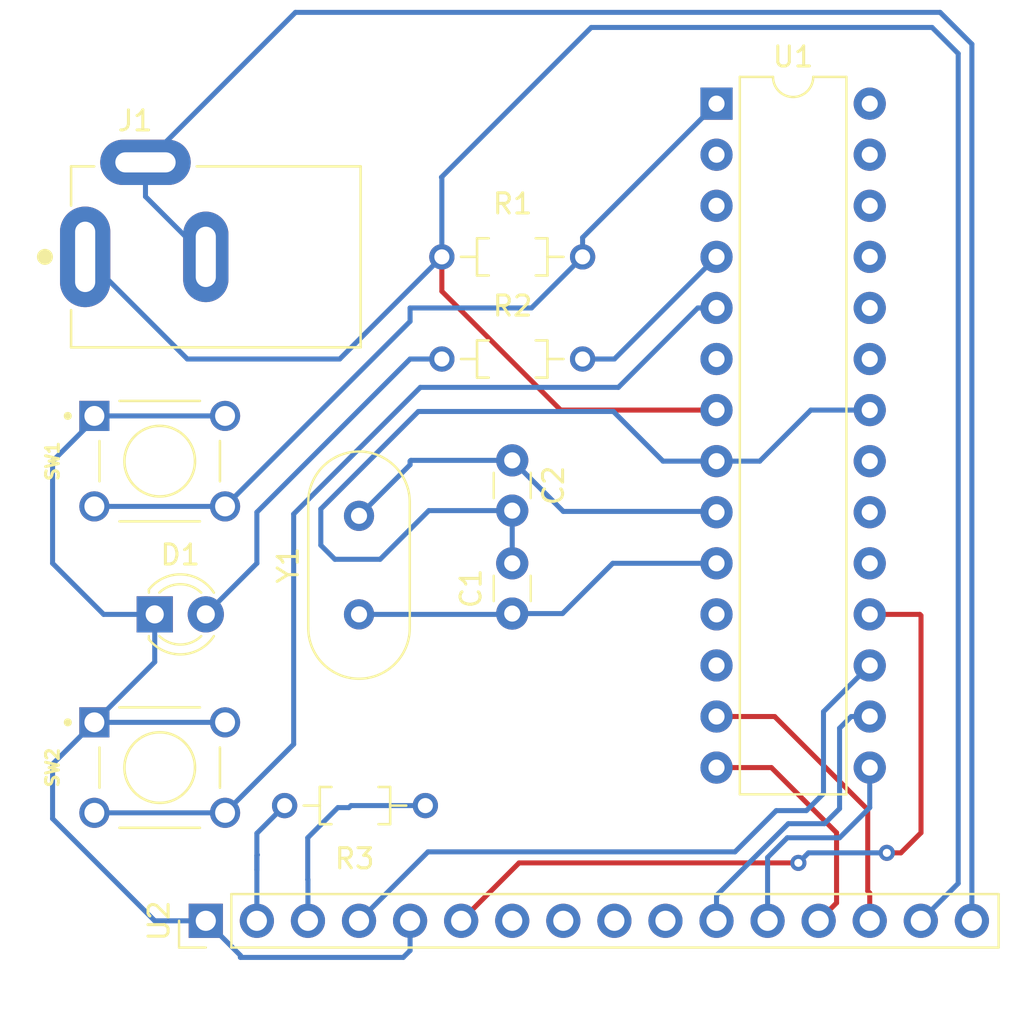
<source format=kicad_pcb>
(kicad_pcb (version 20221018) (generator pcbnew)
  (layers (0 "F.Cu" jumper) (31 "B.Cu" signal) (34 "B.Paste" user) (35 "F.Paste" user) (36 "B.SilkS" user "B.Silkscreen") (37 "F.SilkS" user "F.Silkscreen") (38 "B.Mask" user) (39 "F.Mask" user) (44 "Edge.Cuts" user))
  (net 0 "")
  (net 1 "Net-(U1-XTAL2{slash}PB7)")
  (net 2 "GND")
  (net 3 "Net-(U1-XTAL1{slash}PB6)")
  (net 4 "Net-(D1-A)")
  (net 5 "+5V")
  (net 6 "/RESET")
  (net 7 "/LED")
  (net 8 "Net-(U2-VO)")
  (net 9 "/IN1")
  (net 15 "/d7")
  (net 16 "/d6")
  (net 17 "/d5")
  (net 18 "/d4")
  (net 19 "/e")
  (net 20 "/rs")
  (footprint "DC Connector:CUI_PJ-002B" (layer "F.Cu") (at 34.64 43.18)
    (fp_text reference "J1" (at 2.486547 -6.769195) (layer "F.SilkS") (effects (font (size 1.000622 1.000622))))
    (fp_text value "5V IN")
    (fp_line (start -0.7 -4.5) (end 0.45 -4.5) (stroke (width 0.127)) (layer "F.SilkS"))
    (fp_line (start -0.7 -2.55) (end -0.7 -4.5) (stroke (width 0.127)) (layer "F.SilkS"))
    (fp_line (start -0.7 4.5) (end -0.7 2.65) (stroke (width 0.127)) (layer "F.SilkS"))
    (fp_line (start 5.55 -4.5) (end 13.7 -4.5) (stroke (width 0.127)) (layer "F.SilkS"))
    (fp_line (start 13.7 -4.5) (end 13.7 4.5) (stroke (width 0.127)) (layer "F.SilkS"))
    (fp_line (start 13.7 4.5) (end -0.7 4.5) (stroke (width 0.127)) (layer "F.SilkS"))
    (fp_circle (center -2 0) (end -1.8 0) (stroke (width 0.4)) (fill none) (layer "F.SilkS"))
    (pad "1" thru_hole oval (at 0 0) (size 2.5 5) (drill oval 1 3.5) (layers "*.Cu" "*.Mask") (net 5 "+5V"))
    (pad "2" thru_hole oval (at 6 0) (size 2.25 4.5) (drill oval 1 3) (layers "*.Cu" "*.Mask") (net 2 "GND"))
    (pad "3" thru_hole oval (at 3 -4.7) (size 4.5 2.25) (drill oval 3 1) (layers "*.Cu" "*.Mask") (net 2 "GND"))
  )
  (footprint "LED_THT:LED_D3.0mm" (layer "F.Cu") (at 38.1 60.96)
    (fp_text reference "D1" (at 1.27 -2.96) (layer "F.SilkS"))
    (fp_text value "LED")
    (fp_line (start -0.29 -1.236) (end -0.29 -1.08) (stroke (width 0.12)) (layer "F.SilkS"))
    (fp_line (start -0.29 1.08) (end -0.29 1.236) (stroke (width 0.12)) (layer "F.SilkS"))
    (fp_arc (start -0.29 -1.235516) (mid 1.366487 -1.987659) (end 2.942335 -1.078608) (stroke (width 0.12)) (layer "F.SilkS"))
    (fp_arc (start 0.229039 -1.08) (mid 1.270117 -1.5) (end 2.31113 -1.079837) (stroke (width 0.12)) (layer "F.SilkS"))
    (fp_arc (start 2.31113 1.079837) (mid 1.270117 1.5) (end 0.229039 1.08) (stroke (width 0.12)) (layer "F.SilkS"))
    (fp_arc (start 2.942335 1.078608) (mid 1.366487 1.987659) (end -0.29 1.235516) (stroke (width 0.12)) (layer "F.SilkS"))
    (pad "1" thru_hole rect (at 0 0) (size 1.8 1.8) (drill 0.9) (layers "*.Cu" "*.Mask") (net 2 "GND"))
    (pad "2" thru_hole circle (at 2.54 0) (size 1.8 1.8) (drill 0.9) (layers "*.Cu" "*.Mask") (net 4 "Net-(D1-A)"))
  )
  (footprint "Crystal:Crystal_HC18-U_Vertical" (layer "F.Cu") (at 48.26 60.96 90)
    (fp_text reference "Y1" (at 2.45 -3.525 90) (layer "F.SilkS"))
    (fp_text value "16MHz")
    (fp_line (start -0.675 -2.525) (end 5.575 -2.525) (stroke (width 0.12)) (layer "F.SilkS"))
    (fp_line (start -0.675 2.525) (end 5.575 2.525) (stroke (width 0.12)) (layer "F.SilkS"))
    (fp_arc (start -0.675 2.525) (mid -3.2 0) (end -0.675 -2.525) (stroke (width 0.12)) (layer "F.SilkS"))
    (fp_arc (start 5.575 -2.525) (mid 8.1 0) (end 5.575 2.525) (stroke (width 0.12)) (layer "F.SilkS"))
    (pad "1" thru_hole circle (at 0 0 90) (size 1.5 1.5) (drill 0.8) (layers "*.Cu" "*.Mask") (net 1 "Net-(U1-XTAL2{slash}PB7)"))
    (pad "2" thru_hole circle (at 4.9 0 90) (size 1.5 1.5) (drill 0.8) (layers "*.Cu" "*.Mask") (net 3 "Net-(U1-XTAL1{slash}PB6)"))
  )
  (footprint "Connector_PinHeader_2.54mm:PinHeader_1x16_P2.54mm_Vertical" (layer "F.Cu") (at 40.64 76.2 90)
    (fp_text reference "U2" (at 0 -2.33 90) (layer "F.SilkS"))
    (fp_text value "LCD-016N002L")
    (fp_line (start -1.33 -1.33) (end 0 -1.33) (stroke (width 0.12)) (layer "F.SilkS"))
    (fp_line (start -1.33 0) (end -1.33 -1.33) (stroke (width 0.12)) (layer "F.SilkS"))
    (fp_line (start -1.33 1.27) (end -1.33 39.43) (stroke (width 0.12)) (layer "F.SilkS"))
    (fp_line (start -1.33 1.27) (end 1.33 1.27) (stroke (width 0.12)) (layer "F.SilkS"))
    (fp_line (start -1.33 39.43) (end 1.33 39.43) (stroke (width 0.12)) (layer "F.SilkS"))
    (fp_line (start 1.33 1.27) (end 1.33 39.43) (stroke (width 0.12)) (layer "F.SilkS"))
    (pad "1" thru_hole rect (at 0 0 90) (size 1.7 1.7) (drill 1) (layers "*.Cu" "*.Mask") (net 2 "GND"))
    (pad "2" thru_hole oval (at 0 2.54 90) (size 1.7 1.7) (drill 1) (layers "*.Cu" "*.Mask") (net 5 "+5V"))
    (pad "3" thru_hole oval (at 0 5.08 90) (size 1.7 1.7) (drill 1) (layers "*.Cu" "*.Mask") (net 8 "Net-(U2-VO)"))
    (pad "4" thru_hole oval (at 0 7.62 90) (size 1.7 1.7) (drill 1) (layers "*.Cu" "*.Mask") (net 19 "/e"))
    (pad "5" thru_hole oval (at 0 10.16 90) (size 1.7 1.7) (drill 1) (layers "*.Cu" "*.Mask") (net 2 "GND"))
    (pad "6" thru_hole oval (at 0 12.7 90) (size 1.7 1.7) (drill 1) (layers "*.Cu" "*.Mask") (net 20 "/rs"))
    (pad "7" thru_hole oval (at 0 15.24 90) (size 1.7 1.7) (drill 1) (layers "*.Cu" "*.Mask"))
    (pad "8" thru_hole oval (at 0 17.78 90) (size 1.7 1.7) (drill 1) (layers "*.Cu" "*.Mask"))
    (pad "9" thru_hole oval (at 0 20.32 90) (size 1.7 1.7) (drill 1) (layers "*.Cu" "*.Mask"))
    (pad "10" thru_hole oval (at 0 22.86 90) (size 1.7 1.7) (drill 1) (layers "*.Cu" "*.Mask"))
    (pad "11" thru_hole oval (at 0 25.4 90) (size 1.7 1.7) (drill 1) (layers "*.Cu" "*.Mask") (net 18 "/d4"))
    (pad "12" thru_hole oval (at 0 27.94 90) (size 1.7 1.7) (drill 1) (layers "*.Cu" "*.Mask") (net 17 "/d5"))
    (pad "13" thru_hole oval (at 0 30.48 90) (size 1.7 1.7) (drill 1) (layers "*.Cu" "*.Mask") (net 16 "/d6"))
    (pad "14" thru_hole oval (at 0 33.02 90) (size 1.7 1.7) (drill 1) (layers "*.Cu" "*.Mask") (net 15 "/d7"))
    (pad "15" thru_hole oval (at 0 35.56 90) (size 1.7 1.7) (drill 1) (layers "*.Cu" "*.Mask") (net 5 "+5V"))
    (pad "16" thru_hole oval (at 0 38.1 90) (size 1.7 1.7) (drill 1) (layers "*.Cu" "*.Mask") (net 2 "GND"))
  )
  (footprint "DC Connector:TE_1825910-2" (layer "F.Cu") (at 35.0985 66.33)
    (fp_text reference "SW2" (at -2.0785 2.25 90) (layer "F.SilkS") (effects (font (size 0.630734 0.630734))))
    (fp_text value "1825910-2" hide)
    (fp_line (start 0.255 1.25) (end 0.255 3.25) (stroke (width 0.127)) (layer "F.SilkS"))
    (fp_line (start 1.25 -0.745) (end 5.25 -0.745) (stroke (width 0.127)) (layer "F.SilkS"))
    (fp_line (start 5.25 5.245) (end 1.25 5.245) (stroke (width 0.127)) (layer "F.SilkS"))
    (fp_line (start 6.245 1.25) (end 6.245 3.25) (stroke (width 0.127)) (layer "F.SilkS"))
    (fp_circle (center -1.322 0) (end -1.222 0) (stroke (width 0.2)) (fill none) (layer "F.SilkS"))
    (fp_circle (center 3.25 2.25) (end 5.005 2.25) (stroke (width 0.127)) (fill none) (layer "F.SilkS"))
    (pad "1" thru_hole rect (at 0 0) (size 1.498 1.498) (drill 0.99) (layers "*.Cu" "*.Mask") (net 2 "GND"))
    (pad "2" thru_hole circle (at 6.5 0) (size 1.498 1.498) (drill 0.99) (layers "*.Cu" "*.Mask") (net 2 "GND"))
    (pad "3" thru_hole circle (at 0 4.5) (size 1.498 1.498) (drill 0.99) (layers "*.Cu" "*.Mask") (net 9 "/IN1"))
    (pad "4" thru_hole circle (at 6.5 4.5) (size 1.498 1.498) (drill 0.99) (layers "*.Cu" "*.Mask") (net 9 "/IN1"))
  )
  (footprint "DC Connector:RESAD700W45L350D185" (layer "F.Cu") (at 55.88 43.18)
    (fp_text reference "R1" (at 0.01805 -2.63963) (layer "F.SilkS") (effects (font (size 1.000772 1.000772))))
    (fp_text value "10K")
    (fp_line (start -1.75 -0.925) (end -1.75 0) (stroke (width 0.127)) (layer "F.SilkS"))
    (fp_line (start -1.75 0) (end -2.55 0) (stroke (width 0.127)) (layer "F.SilkS"))
    (fp_line (start -1.75 0) (end -1.75 0.925) (stroke (width 0.127)) (layer "F.SilkS"))
    (fp_line (start -1.75 0.925) (end -1.17 0.925) (stroke (width 0.127)) (layer "F.SilkS"))
    (fp_line (start -1.17 -0.925) (end -1.75 -0.925) (stroke (width 0.127)) (layer "F.SilkS"))
    (fp_line (start 1.17 -0.925) (end 1.75 -0.925) (stroke (width 0.127)) (layer "F.SilkS"))
    (fp_line (start 1.17 0.925) (end 1.75 0.925) (stroke (width 0.127)) (layer "F.SilkS"))
    (fp_line (start 1.75 -0.925) (end 1.75 0) (stroke (width 0.127)) (layer "F.SilkS"))
    (fp_line (start 1.75 0) (end 1.75 0.925) (stroke (width 0.127)) (layer "F.SilkS"))
    (fp_line (start 1.75 0) (end 2.55 0) (stroke (width 0.127)) (layer "F.SilkS"))
    (pad "1" thru_hole circle (at -3.5 0) (size 1.258 1.258) (drill 0.75) (layers "*.Cu" "*.Mask") (net 5 "+5V"))
    (pad "2" thru_hole circle (at 3.5 0) (size 1.258 1.258) (drill 0.75) (layers "*.Cu" "*.Mask") (net 6 "/RESET"))
  )
  (footprint "DC Connector:RESAD700W45L350D185" (layer "F.Cu") (at 48.06 70.47 180)
    (fp_text reference "R3" (at 0.01805 -2.63963) (layer "F.SilkS") (effects (font (size 1.000772 1.000772))))
    (fp_text value "330")
    (fp_line (start -1.75 -0.925) (end -1.75 0) (stroke (width 0.127)) (layer "F.SilkS"))
    (fp_line (start -1.75 0) (end -2.55 0) (stroke (width 0.127)) (layer "F.SilkS"))
    (fp_line (start -1.75 0) (end -1.75 0.925) (stroke (width 0.127)) (layer "F.SilkS"))
    (fp_line (start -1.75 0.925) (end -1.17 0.925) (stroke (width 0.127)) (layer "F.SilkS"))
    (fp_line (start -1.17 -0.925) (end -1.75 -0.925) (stroke (width 0.127)) (layer "F.SilkS"))
    (fp_line (start 1.17 -0.925) (end 1.75 -0.925) (stroke (width 0.127)) (layer "F.SilkS"))
    (fp_line (start 1.17 0.925) (end 1.75 0.925) (stroke (width 0.127)) (layer "F.SilkS"))
    (fp_line (start 1.75 -0.925) (end 1.75 0) (stroke (width 0.127)) (layer "F.SilkS"))
    (fp_line (start 1.75 0) (end 1.75 0.925) (stroke (width 0.127)) (layer "F.SilkS"))
    (fp_line (start 1.75 0) (end 2.55 0) (stroke (width 0.127)) (layer "F.SilkS"))
    (pad "1" thru_hole circle (at -3.5 0 180) (size 1.258 1.258) (drill 0.75) (layers "*.Cu" "*.Mask") (net 8 "Net-(U2-VO)"))
    (pad "2" thru_hole circle (at 3.5 0 180) (size 1.258 1.258) (drill 0.75) (layers "*.Cu" "*.Mask") (net 5 "+5V"))
  )
  (footprint "Capacitor_THT:C_Disc_D3.0mm_W1.6mm_P2.50mm" (layer "F.Cu") (at 55.88 60.92 90)
    (fp_text reference "C1" (at 1.25 -2.05 90) (layer "F.SilkS"))
    (fp_text value "22pF")
    (fp_line (start 0.621 -0.92) (end 1.879 -0.92) (stroke (width 0.12)) (layer "F.SilkS"))
    (fp_line (start 0.621 0.92) (end 1.879 0.92) (stroke (width 0.12)) (layer "F.SilkS"))
    (pad "1" thru_hole circle (at 0 0 90) (size 1.6 1.6) (drill 0.8) (layers "*.Cu" "*.Mask") (net 1 "Net-(U1-XTAL2{slash}PB7)"))
    (pad "2" thru_hole circle (at 2.5 0 90) (size 1.6 1.6) (drill 0.8) (layers "*.Cu" "*.Mask") (net 2 "GND"))
  )
  (footprint "DC Connector:TE_1825910-2" (layer "F.Cu") (at 35.0985 51.09)
    (fp_text reference "SW1" (at -2.0785 2.25 90) (layer "F.SilkS") (effects (font (size 0.630734 0.630734))))
    (fp_text value "1825910-2" hide)
    (fp_line (start 0.255 1.25) (end 0.255 3.25) (stroke (width 0.127)) (layer "F.SilkS"))
    (fp_line (start 1.25 -0.745) (end 5.25 -0.745) (stroke (width 0.127)) (layer "F.SilkS"))
    (fp_line (start 5.25 5.245) (end 1.25 5.245) (stroke (width 0.127)) (layer "F.SilkS"))
    (fp_line (start 6.245 1.25) (end 6.245 3.25) (stroke (width 0.127)) (layer "F.SilkS"))
    (fp_circle (center -1.322 0) (end -1.222 0) (stroke (width 0.2)) (fill none) (layer "F.SilkS"))
    (fp_circle (center 3.25 2.25) (end 5.005 2.25) (stroke (width 0.127)) (fill none) (layer "F.SilkS"))
    (pad "1" thru_hole rect (at 0 0) (size 1.498 1.498) (drill 0.99) (layers "*.Cu" "*.Mask") (net 2 "GND"))
    (pad "2" thru_hole circle (at 6.5 0) (size 1.498 1.498) (drill 0.99) (layers "*.Cu" "*.Mask") (net 2 "GND"))
    (pad "3" thru_hole circle (at 0 4.5) (size 1.498 1.498) (drill 0.99) (layers "*.Cu" "*.Mask"))
    (pad "4" thru_hole circle (at 6.5 4.5) (size 1.498 1.498) (drill 0.99) (layers "*.Cu" "*.Mask") (net 6 "/RESET"))
  )
  (footprint "Capacitor_THT:C_Disc_D3.0mm_W1.6mm_P2.50mm" (layer "F.Cu") (at 55.88 53.3 -90)
    (fp_text reference "C2" (at 1.25 -2.05 90) (layer "F.SilkS"))
    (fp_text value "22pF")
    (fp_line (start 0.621 -0.92) (end 1.879 -0.92) (stroke (width 0.12)) (layer "F.SilkS"))
    (fp_line (start 0.621 0.92) (end 1.879 0.92) (stroke (width 0.12)) (layer "F.SilkS"))
    (pad "1" thru_hole circle (at 0 0 270) (size 1.6 1.6) (drill 0.8) (layers "*.Cu" "*.Mask") (net 3 "Net-(U1-XTAL1{slash}PB6)"))
    (pad "2" thru_hole circle (at 2.5 0 270) (size 1.6 1.6) (drill 0.8) (layers "*.Cu" "*.Mask") (net 2 "GND"))
  )
  (footprint "DC Connector:RESAD700W45L350D185" (layer "F.Cu") (at 55.88 48.26)
    (fp_text reference "R2" (at 0.01805 -2.63963) (layer "F.SilkS") (effects (font (size 1.000772 1.000772))))
    (fp_text value "10K")
    (fp_line (start -1.75 -0.925) (end -1.75 0) (stroke (width 0.127)) (layer "F.SilkS"))
    (fp_line (start -1.75 0) (end -2.55 0) (stroke (width 0.127)) (layer "F.SilkS"))
    (fp_line (start -1.75 0) (end -1.75 0.925) (stroke (width 0.127)) (layer "F.SilkS"))
    (fp_line (start -1.75 0.925) (end -1.17 0.925) (stroke (width 0.127)) (layer "F.SilkS"))
    (fp_line (start -1.17 -0.925) (end -1.75 -0.925) (stroke (width 0.127)) (layer "F.SilkS"))
    (fp_line (start 1.17 -0.925) (end 1.75 -0.925) (stroke (width 0.127)) (layer "F.SilkS"))
    (fp_line (start 1.17 0.925) (end 1.75 0.925) (stroke (width 0.127)) (layer "F.SilkS"))
    (fp_line (start 1.75 -0.925) (end 1.75 0) (stroke (width 0.127)) (layer "F.SilkS"))
    (fp_line (start 1.75 0) (end 1.75 0.925) (stroke (width 0.127)) (layer "F.SilkS"))
    (fp_line (start 1.75 0) (end 2.55 0) (stroke (width 0.127)) (layer "F.SilkS"))
    (pad "1" thru_hole circle (at -3.5 0) (size 1.258 1.258) (drill 0.75) (layers "*.Cu" "*.Mask") (net 4 "Net-(D1-A)"))
    (pad "2" thru_hole circle (at 3.5 0) (size 1.258 1.258) (drill 0.75) (layers "*.Cu" "*.Mask") (net 7 "/LED"))
  )
  (footprint "Package_DIP:DIP-28_W7.62mm" (layer "F.Cu") (at 66.04 35.56)
    (fp_text reference "U1" (at 3.81 -2.33) (layer "F.SilkS"))
    (fp_text value "ATmega328-P")
    (fp_line (start 1.16 -1.33) (end 1.16 34.35) (stroke (width 0.12)) (layer "F.SilkS"))
    (fp_line (start 1.16 34.35) (end 6.46 34.35) (stroke (width 0.12)) (layer "F.SilkS"))
    (fp_line (start 2.81 -1.33) (end 1.16 -1.33) (stroke (width 0.12)) (layer "F.SilkS"))
    (fp_line (start 6.46 -1.33) (end 4.81 -1.33) (stroke (width 0.12)) (layer "F.SilkS"))
    (fp_line (start 6.46 34.35) (end 6.46 -1.33) (stroke (width 0.12)) (layer "F.SilkS"))
    (fp_arc (start 4.81 -1.33) (mid 3.81 -0.33) (end 2.81 -1.33) (stroke (width 0.12)) (layer "F.SilkS"))
    (pad "1" thru_hole rect (at 0 0) (size 1.6 1.6) (drill 0.8) (layers "*.Cu" "*.Mask") (net 6 "/RESET"))
    (pad "2" thru_hole oval (at 0 2.54) (size 1.6 1.6) (drill 0.8) (layers "*.Cu" "*.Mask"))
    (pad "3" thru_hole oval (at 0 5.08) (size 1.6 1.6) (drill 0.8) (layers "*.Cu" "*.Mask"))
    (pad "4" thru_hole oval (at 0 7.62) (size 1.6 1.6) (drill 0.8) (layers "*.Cu" "*.Mask") (net 7 "/LED"))
    (pad "5" thru_hole oval (at 0 10.16) (size 1.6 1.6) (drill 0.8) (layers "*.Cu" "*.Mask") (net 9 "/IN1"))
    (pad "6" thru_hole oval (at 0 12.7) (size 1.6 1.6) (drill 0.8) (layers "*.Cu" "*.Mask"))
    (pad "7" thru_hole oval (at 0 15.24) (size 1.6 1.6) (drill 0.8) (layers "*.Cu" "*.Mask") (net 5 "+5V"))
    (pad "8" thru_hole oval (at 0 17.78) (size 1.6 1.6) (drill 0.8) (layers "*.Cu" "*.Mask") (net 2 "GND"))
    (pad "9" thru_hole oval (at 0 20.32) (size 1.6 1.6) (drill 0.8) (layers "*.Cu" "*.Mask") (net 3 "Net-(U1-XTAL1{slash}PB6)"))
    (pad "10" thru_hole oval (at 0 22.86) (size 1.6 1.6) (drill 0.8) (layers "*.Cu" "*.Mask") (net 1 "Net-(U1-XTAL2{slash}PB7)"))
    (pad "11" thru_hole oval (at 0 25.4) (size 1.6 1.6) (drill 0.8) (layers "*.Cu" "*.Mask"))
    (pad "12" thru_hole oval (at 0 27.94) (size 1.6 1.6) (drill 0.8) (layers "*.Cu" "*.Mask"))
    (pad "13" thru_hole oval (at 0 30.48) (size 1.6 1.6) (drill 0.8) (layers "*.Cu" "*.Mask") (net 15 "/d7"))
    (pad "14" thru_hole oval (at 0 33.02) (size 1.6 1.6) (drill 0.8) (layers "*.Cu" "*.Mask") (net 16 "/d6"))
    (pad "15" thru_hole oval (at 7.62 33.02) (size 1.6 1.6) (drill 0.8) (layers "*.Cu" "*.Mask") (net 17 "/d5"))
    (pad "16" thru_hole oval (at 7.62 30.48) (size 1.6 1.6) (drill 0.8) (layers "*.Cu" "*.Mask") (net 18 "/d4"))
    (pad "17" thru_hole oval (at 7.62 27.94) (size 1.6 1.6) (drill 0.8) (layers "*.Cu" "*.Mask") (net 19 "/e"))
    (pad "18" thru_hole oval (at 7.62 25.4) (size 1.6 1.6) (drill 0.8) (layers "*.Cu" "*.Mask") (net 20 "/rs"))
    (pad "19" thru_hole oval (at 7.62 22.86) (size 1.6 1.6) (drill 0.8) (layers "*.Cu" "*.Mask"))
    (pad "20" thru_hole oval (at 7.62 20.32) (size 1.6 1.6) (drill 0.8) (layers "*.Cu" "*.Mask"))
    (pad "21" thru_hole oval (at 7.62 17.78) (size 1.6 1.6) (drill 0.8) (layers "*.Cu" "*.Mask"))
    (pad "22" thru_hole oval (at 7.62 15.24) (size 1.6 1.6) (drill 0.8) (layers "*.Cu" "*.Mask") (net 2 "GND"))
    (pad "23" thru_hole oval (at 7.62 12.7) (size 1.6 1.6) (drill 0.8) (layers "*.Cu" "*.Mask"))
    (pad "24" thru_hole oval (at 7.62 10.16) (size 1.6 1.6) (drill 0.8) (layers "*.Cu" "*.Mask"))
    (pad "25" thru_hole oval (at 7.62 7.62) (size 1.6 1.6) (drill 0.8) (layers "*.Cu" "*.Mask"))
    (pad "26" thru_hole oval (at 7.62 5.08) (size 1.6 1.6) (drill 0.8) (layers "*.Cu" "*.Mask"))
    (pad "27" thru_hole oval (at 7.62 2.54) (size 1.6 1.6) (drill 0.8) (layers "*.Cu" "*.Mask"))
    (pad "28" thru_hole oval (at 7.62 0) (size 1.6 1.6) (drill 0.8) (layers "*.Cu" "*.Mask"))
  )
  (segment (start 48.26 60.96) (end 55.84 60.96) (width 0.25) (layer "B.Cu") (net 1))
  (segment (start 58.38 60.92) (end 60.88 58.42) (width 0.25) (layer "B.Cu") (net 1))
  (segment (start 60.88 58.42) (end 66.04 58.42) (width 0.25) (layer "B.Cu") (net 1))
  (segment (start 55.84 60.96) (end 55.88 60.92) (width 0.25) (layer "B.Cu") (net 1))
  (segment (start 55.88 60.92) (end 58.38 60.92) (width 0.25) (layer "B.Cu") (net 1))
  (segment (start 68.19 53.34) (end 70.73 50.8) (width 0.25) (layer "B.Cu") (net 2))
  (segment (start 46.36 55.72) (end 51.21 50.87) (width 0.25) (layer "B.Cu") (net 2))
  (segment (start 78.74 32.6) (end 77.16 31.02) (width 0.25) (layer "B.Cu") (net 2))
  (segment (start 46.36 57.52) (end 46.36 55.72) (width 0.25) (layer "B.Cu") (net 2))
  (segment (start 60.91 50.87) (end 63.38 53.34) (width 0.25) (layer "B.Cu") (net 2))
  (segment (start 33.02 53.34) (end 33.02 58.42) (width 0.25) (layer "B.Cu") (net 2))
  (segment (start 35.0985 51.2615) (end 33.02 53.34) (width 0.25) (layer "B.Cu") (net 2))
  (segment (start 41.5985 51.09) (end 35.0985 51.09) (width 0.25) (layer "B.Cu") (net 2))
  (segment (start 50.8 76.2) (end 50.8 77.68) (width 0.25) (layer "B.Cu") (net 2))
  (segment (start 77.16 31.02) (end 45.1 31.02) (width 0.25) (layer "B.Cu") (net 2))
  (segment (start 33.02 71.12) (end 33.02 68.4085) (width 0.25) (layer "B.Cu") (net 2))
  (segment (start 49.31 58.22) (end 47.06 58.22) (width 0.25) (layer "B.Cu") (net 2))
  (segment (start 37.64 40.18) (end 37.64 38.48) (width 0.25) (layer "B.Cu") (net 2))
  (segment (start 33.02 58.42) (end 35.56 60.96) (width 0.25) (layer "B.Cu") (net 2))
  (segment (start 50.8 77.68) (end 50.46 78.02) (width 0.25) (layer "B.Cu") (net 2))
  (segment (start 47.06 58.22) (end 46.36 57.52) (width 0.25) (layer "B.Cu") (net 2))
  (segment (start 70.73 50.8) (end 73.66 50.8) (width 0.25) (layer "B.Cu") (net 2))
  (segment (start 41.5985 66.33) (end 35.0985 66.33) (width 0.25) (layer "B.Cu") (net 2))
  (segment (start 63.38 53.34) (end 66.04 53.34) (width 0.25) (layer "B.Cu") (net 2))
  (segment (start 78.74 76.2) (end 78.74 32.6) (width 0.25) (layer "B.Cu") (net 2))
  (segment (start 38.1 76.2) (end 33.02 71.12) (width 0.25) (layer "B.Cu") (net 2))
  (segment (start 35.56 60.96) (end 38.1 60.96) (width 0.25) (layer "B.Cu") (net 2))
  (segment (start 51.21 50.87) (end 60.91 50.87) (width 0.25) (layer "B.Cu") (net 2))
  (segment (start 55.88 58.42) (end 55.88 55.8) (width 0.25) (layer "B.Cu") (net 2))
  (segment (start 38.1 63.3285) (end 35.0985 66.33) (width 0.25) (layer "B.Cu") (net 2))
  (segment (start 40.64 76.2) (end 38.1 76.2) (width 0.25) (layer "B.Cu") (net 2))
  (segment (start 38.1 60.96) (end 38.1 63.3285) (width 0.25) (layer "B.Cu") (net 2))
  (segment (start 35.0985 51.09) (end 35.0985 51.2615) (width 0.25) (layer "B.Cu") (net 2))
  (segment (start 66.04 53.34) (end 68.19 53.34) (width 0.25) (layer "B.Cu") (net 2))
  (segment (start 42.36 77.92) (end 40.64 76.2) (width 0.25) (layer "B.Cu") (net 2))
  (segment (start 42.36 78.02) (end 42.36 77.92) (width 0.25) (layer "B.Cu") (net 2))
  (segment (start 51.73 55.8) (end 49.31 58.22) (width 0.25) (layer "B.Cu") (net 2))
  (segment (start 45.1 31.02) (end 37.64 38.48) (width 0.25) (layer "B.Cu") (net 2))
  (segment (start 55.88 55.8) (end 51.73 55.8) (width 0.25) (layer "B.Cu") (net 2))
  (segment (start 50.46 78.02) (end 42.36 78.02) (width 0.25) (layer "B.Cu") (net 2))
  (segment (start 40.64 43.18) (end 37.64 40.18) (width 0.25) (layer "B.Cu") (net 2))
  (segment (start 33.02 68.4085) (end 35.0985 66.33) (width 0.25) (layer "B.Cu") (net 2))
  (segment (start 50.8 53.52) (end 50.8 53.34) (width 0.25) (layer "B.Cu") (net 3))
  (segment (start 50.8 53.34) (end 50.84 53.3) (width 0.25) (layer "B.Cu") (net 3))
  (segment (start 55.88 53.3) (end 58.42 55.84) (width 0.25) (layer "B.Cu") (net 3))
  (segment (start 50.84 53.3) (end 55.88 53.3) (width 0.25) (layer "B.Cu") (net 3))
  (segment (start 58.42 55.84) (end 66 55.84) (width 0.25) (layer "B.Cu") (net 3))
  (segment (start 66 55.84) (end 66.04 55.88) (width 0.25) (layer "B.Cu") (net 3))
  (segment (start 48.26 56.06) (end 50.8 53.52) (width 0.25) (layer "B.Cu") (net 3))
  (segment (start 40.64 60.96) (end 43.18 58.42) (width 0.25) (layer "B.Cu") (net 4))
  (segment (start 43.18 55.88) (end 50.8 48.26) (width 0.25) (layer "B.Cu") (net 4))
  (segment (start 50.8 48.26) (end 52.38 48.26) (width 0.25) (layer "B.Cu") (net 4))
  (segment (start 43.18 58.42) (end 43.18 55.88) (width 0.25) (layer "B.Cu") (net 4))
  (segment (start 58.29 50.8) (end 52.38 44.89) (width 0.25) (layer "F.Cu") (net 5))
  (segment (start 66.04 50.8) (end 58.29 50.8) (width 0.25) (layer "F.Cu") (net 5))
  (segment (start 52.38 44.89) (end 52.38 43.18) (width 0.25) (layer "F.Cu") (net 5))
  (segment (start 43.18 76.2) (end 43.18 73.67) (width 0.25) (layer "B.Cu") (net 5))
  (segment (start 39.72 48.26) (end 47.3 48.26) (width 0.25) (layer "B.Cu") (net 5))
  (segment (start 78.06 33.07) (end 76.76 31.77) (width 0.25) (layer "B.Cu") (net 5))
  (segment (start 78.06 74.34) (end 78.06 33.07) (width 0.25) (layer "B.Cu") (net 5))
  (segment (start 76.76 31.77) (end 59.81 31.77) (width 0.25) (layer "B.Cu") (net 5))
  (segment (start 52.36 39.22) (end 52.38 39.24) (width 0.25) (layer "B.Cu") (net 5))
  (segment (start 43.18 71.85) (end 43.18 73.67) (width 0.25) (layer "B.Cu") (net 5))
  (segment (start 52.38 39.24) (end 52.38 43.18) (width 0.25) (layer "B.Cu") (net 5))
  (segment (start 34.64 43.18) (end 39.72 48.26) (width 0.25) (layer "B.Cu") (net 5))
  (segment (start 47.3 48.26) (end 52.38 43.18) (width 0.25) (layer "B.Cu") (net 5))
  (segment (start 43.18 72.95) (end 43.21 72.92) (width 0.25) (layer "B.Cu") (net 5))
  (segment (start 43.18 73.67) (end 43.18 72.95) (width 0.25) (layer "B.Cu") (net 5))
  (segment (start 59.81 31.77) (end 52.36 39.22) (width 0.25) (layer "B.Cu") (net 5))
  (segment (start 76.2 76.2) (end 78.06 74.34) (width 0.25) (layer "B.Cu") (net 5))
  (segment (start 44.56 70.47) (end 43.18 71.85) (width 0.25) (layer "B.Cu") (net 5))
  (segment (start 56.84 45.72) (end 50.8 45.72) (width 0.25) (layer "B.Cu") (net 6))
  (segment (start 59.38 42.22) (end 66.04 35.56) (width 0.25) (layer "B.Cu") (net 6))
  (segment (start 50.8 46.3885) (end 41.5985 55.59) (width 0.25) (layer "B.Cu") (net 6))
  (segment (start 50.8 45.72) (end 50.8 46.3885) (width 0.25) (layer "B.Cu") (net 6))
  (segment (start 35.0985 55.59) (end 41.5985 55.59) (width 0.25) (layer "B.Cu") (net 6))
  (segment (start 59.38 43.18) (end 56.84 45.72) (width 0.25) (layer "B.Cu") (net 6))
  (segment (start 59.38 43.18) (end 59.38 42.22) (width 0.25) (layer "B.Cu") (net 6))
  (segment (start 59.38 48.26) (end 60.96 48.26) (width 0.25) (layer "B.Cu") (net 7))
  (segment (start 60.96 48.26) (end 66.04 43.18) (width 0.25) (layer "B.Cu") (net 7))
  (segment (start 45.71 74.15) (end 45.71 72.07) (width 0.25) (layer "B.Cu") (net 8))
  (segment (start 47.21 70.57) (end 47.76 70.57) (width 0.25) (layer "B.Cu") (net 8))
  (segment (start 45.72 74.16) (end 45.71 74.15) (width 0.25) (layer "B.Cu") (net 8))
  (segment (start 47.86 70.47) (end 51.56 70.47) (width 0.25) (layer "B.Cu") (net 8))
  (segment (start 45.72 76.2) (end 45.72 74.16) (width 0.25) (layer "B.Cu") (net 8))
  (segment (start 47.76 70.57) (end 47.86 70.47) (width 0.25) (layer "B.Cu") (net 8))
  (segment (start 45.71 72.07) (end 47.21 70.57) (width 0.25) (layer "B.Cu") (net 8))
  (segment (start 45.01 55.97) (end 51.31 49.67) (width 0.25) (layer "B.Cu") (net 9))
  (segment (start 61.16 49.67) (end 65.11 45.72) (width 0.25) (layer "B.Cu") (net 9))
  (segment (start 51.31 49.67) (end 61.16 49.67) (width 0.25) (layer "B.Cu") (net 9))
  (segment (start 45.01 67.4185) (end 45.01 55.97) (width 0.25) (layer "B.Cu") (net 9))
  (segment (start 35.0985 70.83) (end 41.5985 70.83) (width 0.25) (layer "B.Cu") (net 9))
  (segment (start 41.5985 70.83) (end 45.01 67.4185) (width 0.25) (layer "B.Cu") (net 9))
  (segment (start 65.11 45.72) (end 66.04 45.72) (width 0.25) (layer "B.Cu") (net 9))
  (segment (start 73.66 74.82) (end 73.66 76.2) (width 0.25) (layer "F.Cu") (net 15))
  (segment (start 73.56 74.72) (end 73.66 74.82) (width 0.25) (layer "F.Cu") (net 15))
  (segment (start 68.93 66.04) (end 73.56 70.67) (width 0.25) (layer "F.Cu") (net 15))
  (segment (start 66.04 66.04) (end 68.93 66.04) (width 0.25) (layer "F.Cu") (net 15))
  (segment (start 73.56 70.67) (end 73.56 74.72) (width 0.25) (layer "F.Cu") (net 15))
  (segment (start 66.04 68.58) (end 68.77 68.58) (width 0.25) (layer "F.Cu") (net 16))
  (segment (start 72.01 71.82) (end 72.01 75.31) (width 0.25) (layer "F.Cu") (net 16))
  (segment (start 68.77 68.58) (end 72.01 71.82) (width 0.25) (layer "F.Cu") (net 16))
  (segment (start 72.01 75.31) (end 71.12 76.2) (width 0.25) (layer "F.Cu") (net 16))
  (segment (start 73.66 70.57) (end 72.16 72.07) (width 0.25) (layer "B.Cu") (net 17))
  (segment (start 73.66 68.58) (end 73.66 70.57) (width 0.25) (layer "B.Cu") (net 17))
  (segment (start 68.58 73.05) (end 68.58 76.2) (width 0.25) (layer "B.Cu") (net 17))
  (segment (start 69.56 72.07) (end 68.58 73.05) (width 0.25) (layer "B.Cu") (net 17))
  (segment (start 72.16 72.07) (end 69.56 72.07) (width 0.25) (layer "B.Cu") (net 17))
  (segment (start 72.16 66.62) (end 72.74 66.04) (width 0.25) (layer "B.Cu") (net 18))
  (segment (start 72.74 66.04) (end 73.66 66.04) (width 0.25) (layer "B.Cu") (net 18))
  (segment (start 66.04 74.94) (end 66.04 76.2) (width 0.25) (layer "B.Cu") (net 18))
  (segment (start 69.61 71.37) (end 66.04 74.94) (width 0.25) (layer "B.Cu") (net 18))
  (segment (start 72.16 70.62) (end 72.16 66.62) (width 0.25) (layer "B.Cu") (net 18))
  (segment (start 71.41 71.37) (end 72.16 70.62) (width 0.25) (layer "B.Cu") (net 18))
  (segment (start 69.61 71.37) (end 71.41 71.37) (width 0.25) (layer "B.Cu") (net 18))
  (segment (start 70.51 70.72) (end 69.01 70.72) (width 0.25) (layer "B.Cu") (net 19))
  (segment (start 71.36 69.87) (end 70.51 70.72) (width 0.25) (layer "B.Cu") (net 19))
  (segment (start 73.66 63.5) (end 71.36 65.8) (width 0.25) (layer "B.Cu") (net 19))
  (segment (start 71.36 65.8) (end 71.36 69.87) (width 0.25) (layer "B.Cu") (net 19))
  (segment (start 69.01 70.72) (end 66.96 72.77) (width 0.25) (layer "B.Cu") (net 19))
  (segment (start 66.96 72.77) (end 51.69 72.77) (width 0.25) (layer "B.Cu") (net 19))
  (segment (start 51.69 72.77) (end 48.26 76.2) (width 0.25) (layer "B.Cu") (net 19))
  (segment (start 76.21 61.02) (end 76.21 71.82) (width 0.25) (layer "F.Cu") (net 20))
  (segment (start 56.22 73.32) (end 53.34 76.2) (width 0.25) (layer "F.Cu") (net 20))
  (segment (start 76.21 71.82) (end 75.21 72.82) (width 0.25) (layer "F.Cu") (net 20))
  (segment (start 76.15 60.96) (end 76.21 61.02) (width 0.25) (layer "F.Cu") (net 20))
  (segment (start 70.11 73.32) (end 56.22 73.32) (width 0.25) (layer "F.Cu") (net 20))
  (segment (start 73.66 60.96) (end 76.15 60.96) (width 0.25) (layer "F.Cu") (net 20))
  (segment (start 75.21 72.82) (end 74.51 72.82) (width 0.25) (layer "F.Cu") (net 20))
  (via (at 70.11 73.32) (size 0.8) (drill 0.4) (layers "F.Cu" "B.Cu") (net 20))
  (via (at 74.51 72.82) (size 0.8) (drill 0.4) (layers "F.Cu" "B.Cu") (net 20))
  (segment (start 74.51 72.82) (end 70.61 72.82) (width 0.25) (layer "B.Cu") (net 20))
  (segment (start 70.61 72.82) (end 70.11 73.32) (width 0.25) (layer "B.Cu") (net 20))
)
</source>
